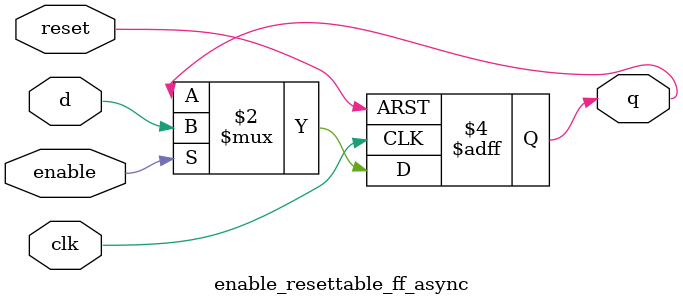
<source format=sv>
module enable_resettable_ff_async(
    input logic enable, clk, reset, d, 
    output logic q
    );
    always_ff @(posedge clk, posedge reset)
        if(reset) 
            q <= 1'b0;
        else if(enable) 
            q <= d;
endmodule
</source>
